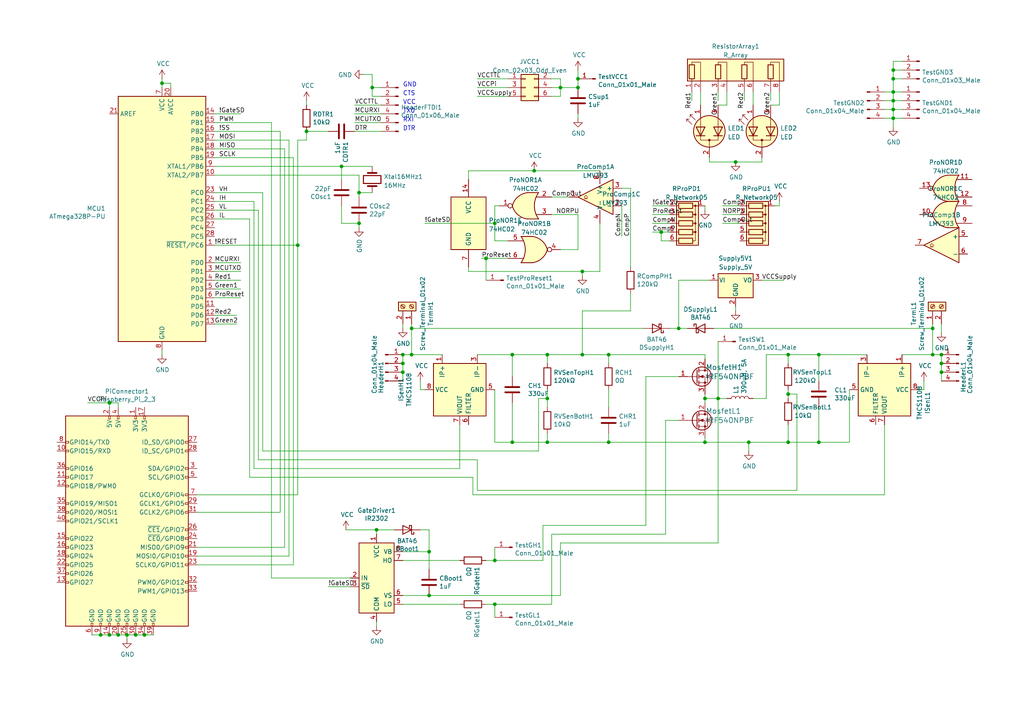
<source format=kicad_sch>
(kicad_sch (version 20211123) (generator eeschema)
  (paper "A4")
  (junction (at 119.38 102.87))
  (junction (at 273.05 102.87))
  (junction (at 213.36 46.99))
  (junction (at 191.77 67.31))
  (junction (at 176.53 102.87))
  (junction (at 34.29 184.15))
  (junction (at 217.17 128.27))
  (junction (at 154.94 49.53))
  (junction (at 86.36 71.12))
  (junction (at 41.91 184.15))
  (junction (at 168.91 102.87))
  (junction (at 259.08 20.32))
  (junction (at 36.83 184.15))
  (junction (at 31.75 116.84))
  (junction (at 116.84 105.41))
  (junction (at 140.97 74.93))
  (junction (at 259.08 34.29))
  (junction (at 119.38 95.25))
  (junction (at 204.47 128.27))
  (junction (at 167.64 22.86))
  (junction (at 104.14 55.88))
  (junction (at 228.6 114.3))
  (junction (at 237.49 102.87))
  (junction (at 270.51 95.25))
  (junction (at 270.51 102.87))
  (junction (at 124.46 172.72))
  (junction (at 88.9 38.1))
  (junction (at 31.75 184.15))
  (junction (at 167.64 25.4))
  (junction (at 162.56 25.4))
  (junction (at 116.84 102.87))
  (junction (at 273.05 107.95))
  (junction (at 273.05 105.41))
  (junction (at 148.59 128.27))
  (junction (at 259.08 31.75))
  (junction (at 143.51 64.77))
  (junction (at 104.14 64.77))
  (junction (at 259.08 26.67))
  (junction (at 148.59 102.87))
  (junction (at 158.75 115.57))
  (junction (at 204.47 115.57))
  (junction (at 228.6 102.87))
  (junction (at 259.08 22.86))
  (junction (at 107.95 25.4))
  (junction (at 228.6 128.27))
  (junction (at 196.85 95.25))
  (junction (at 176.53 128.27))
  (junction (at 99.06 48.26))
  (junction (at 158.75 128.27))
  (junction (at 143.51 175.26))
  (junction (at 29.21 184.15))
  (junction (at 124.46 160.02))
  (junction (at 143.51 162.56))
  (junction (at 46.99 24.13))
  (junction (at 39.37 184.15))
  (junction (at 158.75 102.87))
  (junction (at 208.28 115.57))
  (junction (at 168.91 78.74))
  (junction (at 116.84 107.95))
  (junction (at 109.22 153.67))
  (junction (at 259.08 29.21))
  (junction (at 237.49 128.27))
  (wire (pts (xy 194.31 69.85) (xy 191.77 69.85)))
  (wire (pts (xy 259.08 29.21) (xy 261.62 29.21)))
  (wire (pts (xy 259.08 22.86) (xy 259.08 26.67)))
  (wire (pts (xy 104.14 50.8) (xy 104.14 55.88)))
  (wire (pts (xy 76.2 55.88) (xy 62.23 55.88)))
  (wire (pts (xy 228.6 114.3) (xy 228.6 115.57)))
  (wire (pts (xy 124.46 160.02) (xy 116.84 160.02)))
  (wire (pts (xy 204.47 115.57) (xy 204.47 116.84)))
  (wire (pts (xy 62.23 91.44) (xy 68.58 91.44)))
  (wire (pts (xy 162.56 157.48) (xy 208.28 157.48)))
  (wire (pts (xy 138.43 25.4) (xy 147.32 25.4)))
  (wire (pts (xy 102.87 35.56) (xy 110.49 35.56)))
  (wire (pts (xy 231.14 114.3) (xy 231.14 142.24)))
  (wire (pts (xy 102.87 38.1) (xy 110.49 38.1)))
  (wire (pts (xy 217.17 128.27) (xy 228.6 128.27)))
  (wire (pts (xy 99.06 48.26) (xy 99.06 52.07)))
  (wire (pts (xy 31.75 184.15) (xy 29.21 184.15)))
  (wire (pts (xy 49.53 25.4) (xy 49.53 24.13)))
  (wire (pts (xy 160.02 175.26) (xy 160.02 154.94)))
  (wire (pts (xy 72.39 138.43) (xy 72.39 63.5)))
  (wire (pts (xy 81.28 148.59) (xy 57.15 148.59)))
  (wire (pts (xy 191.77 67.31) (xy 191.77 69.85)))
  (wire (pts (xy 119.38 93.98) (xy 119.38 95.25)))
  (wire (pts (xy 189.23 64.77) (xy 194.31 64.77)))
  (wire (pts (xy 143.51 128.27) (xy 148.59 128.27)))
  (wire (pts (xy 88.9 29.21) (xy 88.9 30.48)))
  (wire (pts (xy 270.51 95.25) (xy 270.51 102.87)))
  (wire (pts (xy 135.89 78.74) (xy 168.91 78.74)))
  (wire (pts (xy 162.56 25.4) (xy 167.64 25.4)))
  (wire (pts (xy 31.75 116.84) (xy 31.75 118.11)))
  (wire (pts (xy 46.99 102.87) (xy 46.99 101.6)))
  (wire (pts (xy 124.46 153.67) (xy 121.92 153.67)))
  (wire (pts (xy 143.51 158.75) (xy 143.51 162.56)))
  (wire (pts (xy 73.66 135.89) (xy 133.35 135.89)))
  (wire (pts (xy 209.55 59.69) (xy 214.63 59.69)))
  (wire (pts (xy 204.47 102.87) (xy 204.47 104.14)))
  (wire (pts (xy 62.23 93.98) (xy 68.58 93.98)))
  (wire (pts (xy 82.55 43.18) (xy 62.23 43.18)))
  (wire (pts (xy 259.08 34.29) (xy 261.62 34.29)))
  (wire (pts (xy 168.91 90.17) (xy 182.88 90.17)))
  (wire (pts (xy 95.25 170.18) (xy 101.6 170.18)))
  (wire (pts (xy 110.49 27.94) (xy 107.95 27.94)))
  (wire (pts (xy 207.01 95.25) (xy 270.51 95.25)))
  (wire (pts (xy 140.97 74.93) (xy 140.97 81.28)))
  (wire (pts (xy 158.75 102.87) (xy 158.75 105.41)))
  (wire (pts (xy 261.62 17.78) (xy 259.08 17.78)))
  (wire (pts (xy 220.98 45.72) (xy 220.98 46.99)))
  (wire (pts (xy 256.54 123.19) (xy 256.54 143.51)))
  (wire (pts (xy 167.64 33.02) (xy 167.64 34.29)))
  (wire (pts (xy 176.53 128.27) (xy 204.47 128.27)))
  (wire (pts (xy 189.23 62.23) (xy 194.31 62.23)))
  (wire (pts (xy 196.85 81.28) (xy 196.85 95.25)))
  (wire (pts (xy 36.83 184.15) (xy 34.29 184.15)))
  (wire (pts (xy 135.89 49.53) (xy 154.94 49.53)))
  (wire (pts (xy 36.83 184.15) (xy 39.37 184.15)))
  (wire (pts (xy 62.23 71.12) (xy 86.36 71.12)))
  (wire (pts (xy 187.325 109.22) (xy 187.325 152.4)))
  (wire (pts (xy 273.05 107.95) (xy 273.05 110.49)))
  (wire (pts (xy 49.53 24.13) (xy 46.99 24.13)))
  (wire (pts (xy 124.46 160.02) (xy 124.46 153.67)))
  (wire (pts (xy 121.92 113.03) (xy 123.19 113.03)))
  (wire (pts (xy 209.55 64.77) (xy 214.63 64.77)))
  (wire (pts (xy 133.35 123.19) (xy 133.35 135.89)))
  (wire (pts (xy 210.82 26.67) (xy 210.82 30.48)))
  (wire (pts (xy 176.53 125.73) (xy 176.53 128.27)))
  (wire (pts (xy 116.84 102.87) (xy 119.38 102.87)))
  (wire (pts (xy 99.06 48.26) (xy 107.95 48.26)))
  (wire (pts (xy 102.87 33.02) (xy 110.49 33.02)))
  (wire (pts (xy 270.51 102.87) (xy 273.05 102.87)))
  (wire (pts (xy 231.14 142.24) (xy 138.43 142.24)))
  (wire (pts (xy 180.34 54.61) (xy 182.88 54.61)))
  (wire (pts (xy 114.3 153.67) (xy 109.22 153.67)))
  (wire (pts (xy 139.7 74.93) (xy 140.97 74.93)))
  (wire (pts (xy 57.15 163.83) (xy 85.09 163.83)))
  (wire (pts (xy 116.84 162.56) (xy 133.35 162.56)))
  (wire (pts (xy 246.38 113.03) (xy 246.38 128.27)))
  (wire (pts (xy 143.51 113.03) (xy 143.51 128.27)))
  (wire (pts (xy 259.08 26.67) (xy 259.08 29.21)))
  (wire (pts (xy 193.04 121.92) (xy 193.04 154.94)))
  (wire (pts (xy 104.14 55.88) (xy 107.95 55.88)))
  (wire (pts (xy 140.97 74.93) (xy 147.32 74.93)))
  (wire (pts (xy 99.06 64.77) (xy 104.14 64.77)))
  (wire (pts (xy 162.56 25.4) (xy 162.56 27.94)))
  (wire (pts (xy 39.37 184.15) (xy 41.91 184.15)))
  (wire (pts (xy 138.43 142.24) (xy 138.43 133.35)))
  (wire (pts (xy 62.23 83.82) (xy 69.85 83.82)))
  (wire (pts (xy 109.22 153.67) (xy 109.22 154.94)))
  (wire (pts (xy 78.74 35.56) (xy 78.74 167.64)))
  (wire (pts (xy 109.22 181.61) (xy 109.22 180.34)))
  (wire (pts (xy 62.23 50.8) (xy 104.14 50.8)))
  (wire (pts (xy 73.66 58.42) (xy 73.66 135.89)))
  (wire (pts (xy 167.64 22.86) (xy 167.64 20.32)))
  (wire (pts (xy 270.51 93.98) (xy 270.51 95.25)))
  (wire (pts (xy 104.14 55.88) (xy 104.14 57.15)))
  (wire (pts (xy 213.36 88.9) (xy 213.36 90.17)))
  (wire (pts (xy 259.08 31.75) (xy 259.08 34.29)))
  (wire (pts (xy 210.82 30.48) (xy 208.28 30.48)))
  (wire (pts (xy 46.99 24.13) (xy 46.99 25.4)))
  (wire (pts (xy 162.56 172.72) (xy 162.56 157.48)))
  (wire (pts (xy 204.47 127) (xy 204.47 128.27)))
  (wire (pts (xy 83.82 161.29) (xy 83.82 40.64)))
  (wire (pts (xy 187.325 109.22) (xy 196.85 109.22)))
  (wire (pts (xy 256.54 26.67) (xy 259.08 26.67)))
  (wire (pts (xy 222.25 102.87) (xy 228.6 102.87)))
  (wire (pts (xy 138.43 102.87) (xy 148.59 102.87)))
  (wire (pts (xy 62.23 86.36) (xy 69.85 86.36)))
  (wire (pts (xy 148.59 102.87) (xy 148.59 109.22)))
  (wire (pts (xy 119.38 95.25) (xy 119.38 102.87)))
  (wire (pts (xy 36.83 185.42) (xy 36.83 184.15)))
  (wire (pts (xy 176.53 102.87) (xy 204.47 102.87)))
  (wire (pts (xy 110.49 30.48) (xy 102.87 30.48)))
  (wire (pts (xy 116.84 102.87) (xy 116.84 105.41)))
  (wire (pts (xy 191.77 67.31) (xy 194.31 67.31)))
  (wire (pts (xy 168.91 102.87) (xy 176.53 102.87)))
  (wire (pts (xy 208.28 26.67) (xy 208.28 29.21)))
  (wire (pts (xy 57.15 143.51) (xy 86.36 143.51)))
  (wire (pts (xy 256.54 31.75) (xy 259.08 31.75)))
  (wire (pts (xy 259.08 29.21) (xy 259.08 31.75)))
  (wire (pts (xy 46.99 22.86) (xy 46.99 24.13)))
  (wire (pts (xy 135.89 49.53) (xy 135.89 52.07)))
  (wire (pts (xy 273.05 102.87) (xy 273.05 105.41)))
  (wire (pts (xy 158.75 128.27) (xy 176.53 128.27)))
  (wire (pts (xy 57.15 158.75) (xy 82.55 158.75)))
  (wire (pts (xy 76.2 130.81) (xy 76.2 55.88)))
  (wire (pts (xy 259.08 34.29) (xy 259.08 36.83)))
  (wire (pts (xy 194.31 95.25) (xy 196.85 95.25)))
  (wire (pts (xy 62.23 48.26) (xy 99.06 48.26)))
  (wire (pts (xy 217.17 130.81) (xy 217.17 128.27)))
  (wire (pts (xy 228.6 102.87) (xy 237.49 102.87)))
  (wire (pts (xy 157.48 152.4) (xy 187.325 152.4)))
  (wire (pts (xy 173.99 64.77) (xy 173.99 78.74)))
  (wire (pts (xy 62.23 33.02) (xy 69.85 33.02)))
  (wire (pts (xy 86.36 40.64) (xy 86.36 71.12)))
  (wire (pts (xy 110.49 25.4) (xy 107.95 25.4)))
  (wire (pts (xy 208.28 157.48) (xy 208.28 115.57)))
  (wire (pts (xy 121.92 110.49) (xy 121.92 113.03)))
  (wire (pts (xy 204.47 114.3) (xy 204.47 115.57)))
  (wire (pts (xy 237.49 118.11) (xy 237.49 128.27)))
  (wire (pts (xy 124.46 165.1) (xy 124.46 160.02)))
  (wire (pts (xy 267.97 113.03) (xy 266.7 113.03)))
  (wire (pts (xy 228.6 128.27) (xy 237.49 128.27)))
  (wire (pts (xy 62.23 76.2) (xy 69.85 76.2)))
  (wire (pts (xy 143.51 175.26) (xy 160.02 175.26)))
  (wire (pts (xy 100.33 153.67) (xy 109.22 153.67)))
  (wire (pts (xy 160.02 154.94) (xy 193.04 154.94)))
  (wire (pts (xy 156.21 115.57) (xy 156.21 130.81)))
  (wire (pts (xy 116.84 175.26) (xy 133.35 175.26)))
  (wire (pts (xy 143.51 162.56) (xy 157.48 162.56)))
  (wire (pts (xy 228.6 114.3) (xy 231.14 114.3)))
  (wire (pts (xy 116.84 172.72) (xy 124.46 172.72)))
  (wire (pts (xy 82.55 158.75) (xy 82.55 43.18)))
  (wire (pts (xy 62.23 35.56) (xy 78.74 35.56)))
  (wire (pts (xy 259.08 20.32) (xy 261.62 20.32)))
  (wire (pts (xy 167.64 62.23) (xy 167.64 72.39)))
  (wire (pts (xy 116.84 105.41) (xy 116.84 107.95)))
  (wire (pts (xy 218.44 26.67) (xy 218.44 30.48)))
  (wire (pts (xy 86.36 71.12) (xy 86.36 143.51)))
  (wire (pts (xy 88.9 40.64) (xy 86.36 40.64)))
  (wire (pts (xy 83.82 40.64) (xy 62.23 40.64)))
  (wire (pts (xy 158.75 115.57) (xy 158.75 118.11)))
  (wire (pts (xy 209.55 62.23) (xy 214.63 62.23)))
  (wire (pts (xy 137.16 138.43) (xy 72.39 138.43)))
  (wire (pts (xy 116.84 95.25) (xy 116.84 93.98)))
  (wire (pts (xy 85.09 45.72) (xy 62.23 45.72)))
  (wire (pts (xy 208.28 99.06) (xy 208.28 115.57)))
  (wire (pts (xy 144.78 59.69) (xy 143.51 59.69)))
  (wire (pts (xy 41.91 184.15) (xy 44.45 184.15)))
  (wire (pts (xy 143.51 175.26) (xy 143.51 179.07)))
  (wire (pts (xy 107.95 27.94) (xy 107.95 25.4)))
  (wire (pts (xy 208.28 115.57) (xy 204.47 115.57)))
  (wire (pts (xy 189.23 67.31) (xy 191.77 67.31)))
  (wire (pts (xy 76.2 130.81) (xy 156.21 130.81)))
  (wire (pts (xy 73.66 58.42) (xy 62.23 58.42)))
  (wire (pts (xy 116.84 107.95) (xy 116.84 110.49)))
  (wire (pts (xy 57.15 161.29) (xy 83.82 161.29)))
  (wire (pts (xy 176.53 105.41) (xy 176.53 102.87)))
  (wire (pts (xy 259.08 22.86) (xy 261.62 22.86)))
  (wire (pts (xy 158.75 102.87) (xy 168.91 102.87)))
  (wire (pts (xy 256.54 143.51) (xy 137.16 143.51)))
  (wire (pts (xy 148.59 128.27) (xy 158.75 128.27)))
  (wire (pts (xy 162.56 27.94) (xy 160.02 27.94)))
  (wire (pts (xy 135.89 77.47) (xy 135.89 78.74)))
  (wire (pts (xy 217.17 128.27) (xy 204.47 128.27)))
  (wire (pts (xy 226.06 26.67) (xy 226.06 30.48)))
  (wire (pts (xy 138.43 22.86) (xy 147.32 22.86)))
  (wire (pts (xy 168.91 90.17) (xy 168.91 102.87)))
  (wire (pts (xy 85.09 163.83) (xy 85.09 45.72)))
  (wire (pts (xy 157.48 162.56) (xy 157.48 152.4)))
  (wire (pts (xy 267.97 110.49) (xy 267.97 113.03)))
  (wire (pts (xy 74.93 133.35) (xy 74.93 60.96)))
  (wire (pts (xy 162.56 22.86) (xy 160.02 22.86)))
  (wire (pts (xy 62.23 81.28) (xy 69.85 81.28)))
  (wire (pts (xy 220.98 46.99) (xy 213.36 46.99)))
  (wire (pts (xy 34.29 116.84) (xy 34.29 118.11)))
  (wire (pts (xy 228.6 123.19) (xy 228.6 128.27)))
  (wire (pts (xy 138.43 27.94) (xy 147.32 27.94)))
  (wire (pts (xy 256.54 29.21) (xy 259.08 29.21)))
  (wire (pts (xy 176.53 113.03) (xy 176.53 118.11)))
  (wire (pts (xy 259.08 20.32) (xy 259.08 17.78)))
  (wire (pts (xy 99.06 59.69) (xy 99.06 64.77)))
  (wire (pts (xy 140.97 162.56) (xy 143.51 162.56)))
  (wire (pts (xy 228.6 113.03) (xy 228.6 114.3)))
  (wire (pts (xy 104.14 64.77) (xy 104.14 66.04)))
  (wire (pts (xy 107.95 21.59) (xy 105.41 21.59)))
  (wire (pts (xy 210.82 115.57) (xy 208.28 115.57)))
  (wire (pts (xy 196.85 121.92) (xy 193.04 121.92)))
  (wire (pts (xy 237.49 128.27) (xy 246.38 128.27)))
  (wire (pts (xy 259.08 22.86) (xy 259.08 20.32)))
  (wire (pts (xy 123.19 64.77) (xy 143.51 64.77)))
  (wire (pts (xy 226.06 58.42) (xy 226.06 59.69)))
  (wire (pts (xy 143.51 59.69) (xy 143.51 64.77)))
  (wire (pts (xy 143.51 64.77) (xy 143.51 69.85)))
  (wire (pts (xy 237.49 102.87) (xy 251.46 102.87)))
  (wire (pts (xy 218.44 115.57) (xy 222.25 115.57)))
  (wire (pts (xy 180.34 59.69) (xy 180.34 68.58)))
  (wire (pts (xy 168.91 78.74) (xy 168.91 80.01)))
  (wire (pts (xy 226.06 59.69) (xy 224.79 59.69)))
  (wire (pts (xy 154.94 49.53) (xy 173.99 49.53)))
  (wire (pts (xy 261.62 102.87) (xy 270.51 102.87)))
  (wire (pts (xy 72.39 63.5) (xy 62.23 63.5)))
  (wire (pts (xy 107.95 21.59) (xy 107.95 25.4)))
  (wire (pts (xy 205.74 45.72) (xy 205.74 46.99)))
  (wire (pts (xy 256.54 34.29) (xy 259.08 34.29)))
  (wire (pts (xy 158.75 115.57) (xy 156.21 115.57)))
  (wire (pts (xy 182.88 85.09) (xy 182.88 90.17)))
  (wire (pts (xy 25.4 116.84) (xy 31.75 116.84)))
  (wire (pts (xy 205.74 81.28) (xy 196.85 81.28)))
  (wire (pts (xy 62.23 78.74) (xy 69.85 78.74)))
  (wire (pts (xy 223.52 26.67) (xy 223.52 29.21)))
  (wire (pts (xy 158.75 125.73) (xy 158.75 128.27)))
  (wire (pts (xy 88.9 40.64) (xy 88.9 38.1)))
  (wire (pts (xy 168.91 78.74) (xy 173.99 78.74)))
  (wire (pts (xy 259.08 31.75) (xy 261.62 31.75)))
  (wire (pts (xy 148.59 116.84) (xy 148.59 128.27)))
  (wire (pts (xy 137.16 143.51) (xy 137.16 138.43)))
  (wire (pts (xy 143.51 69.85) (xy 147.32 69.85)))
  (wire (pts (xy 62.23 60.96) (xy 74.93 60.96)))
  (wire (pts (xy 140.97 175.26) (xy 143.51 175.26)))
  (wire (pts (xy 273.05 105.41) (xy 273.05 107.95)))
  (wire (pts (xy 273.05 93.98) (xy 273.05 96.52)))
  (wire (pts (xy 167.64 72.39) (xy 162.56 72.39)))
  (wire (pts (xy 205.74 46.99) (xy 213.36 46.99)))
  (wire (pts (xy 237.49 102.87) (xy 237.49 110.49)))
  (wire (pts (xy 204.47 59.69) (xy 204.47 60.96)))
  (wire (pts (xy 148.59 102.87) (xy 158.75 102.87)))
  (wire (pts (xy 189.23 59.69) (xy 194.31 59.69)))
  (wire (pts (xy 160.02 57.15) (xy 165.1 57.15)))
  (wire (pts (xy 81.28 38.1) (xy 81.28 148.59)))
  (wire (pts (xy 259.08 26.67) (xy 261.62 26.67)))
  (wire (pts (xy 182.88 54.61) (xy 182.88 77.47)))
  (wire (pts (xy 200.66 26.67) (xy 200.66 29.21)))
  (wire (pts (xy 160.02 25.4) (xy 162.56 25.4)))
  (wire (pts (xy 203.2 26.67) (xy 203.2 30.48)))
  (wire (pts (xy 160.02 62.23) (xy 167.64 62.23)))
  (wire (pts (xy 226.06 30.48) (xy 223.52 30.48)))
  (wire (pts (xy 31.75 116.84) (xy 34.29 116.84)))
  (wire (pts (xy 167.64 22.86) (xy 167.64 25.4)))
  (wire (pts (xy 228.6 102.87) (xy 228.6 105.41)))
  (wire (pts (xy 222.25 115.57) (xy 222.25 102.87)))
  (wire (pts (xy 196.85 95.25) (xy 199.39 95.25)))
  (wire (pts (xy 162.56 25.4) (xy 162.56 22.86)))
  (wire (pts (xy 119.38 102.87) (xy 128.27 102.87)))
  (wire (pts (xy 124.46 172.72) (xy 162.56 172.72)))
  (wire (pts (xy 138.43 133.35) (xy 74.93 133.35)))
  (wire (pts (xy 78.74 167.64) (xy 101.6 167.64)))
  (wire (pts (xy 220.98 81.28) (xy 227.33 81.28)))
  (wire (pts (xy 158.75 113.03) (xy 158.75 115.57)))
  (wire (pts (xy 34.29 184.15) (xy 31.75 184.15)))
  (wire (pts (xy 186.69 95.25) (xy 119.38 95.25)))
  (wire (pts (xy 95.25 38.1) (xy 88.9 38.1)))
  (wire (pts (xy 215.9 26.67) (xy 215.9 29.21)))
  (wire (pts (xy 62.23 38.1) (xy 81.28 38.1)))
  (wire (pts (xy 29.21 184.15) (xy 26.67 184.15)))
  (text "RXI" (at 116.84 35.56 0) (effects (font (size 1.27 1.27)) (justify left bottom)))
  (text "GND" (at 116.84 25.4 0) (effects (font (size 1.27 1.27)) (justify left bottom)))
  (text "VCC" (at 116.84 30.48 0) (effects (font (size 1.27 1.27)) (justify left bottom)))
  (text "TX0" (at 116.84 33.02 0) (effects (font (size 1.27 1.27)) (justify left bottom)))
  (text "DTR" (at 116.84 38.1 0) (effects (font (size 1.27 1.27)) (justify left bottom)))
  (text "CTS" (at 116.84 27.94 0) (effects (font (size 1.27 1.27)) (justify left bottom)))
  (label "VCCPi" (at 25.4 116.84 0))
  (label "DTR" (at 102.87 38.1 0))
  (label "VCCSupply" (at 220.98 81.28 0))
  (label "Red1" (at 62.23 81.28 0))
  (label "NORPU" (at 209.55 62.23 0))
  (label "CompN" (at 209.55 59.69 0))
  (label "CompN" (at 180.34 68.58 90))
  (label "VCCSupply" (at 138.43 27.94 0))
  (label "Green2" (at 223.52 26.67 270))
  (label "VL" (at 63.5 60.96 0))
  (label "MCURXI" (at 102.87 33.02 0))
  (label "VCCPi" (at 138.43 25.4 0))
  (label "ProReset" (at 189.23 62.23 0))
  (label "NORPU" (at 161.29 62.23 0))
  (label "ProReset" (at 139.7 74.93 0))
  (label "Green1" (at 62.23 83.82 0))
  (label "Red1" (at 200.66 26.67 270))
  (label "MCUTXO" (at 102.87 35.56 0))
  (label "Green2" (at 62.23 93.98 0))
  (label "Red2" (at 215.9 26.67 270))
  (label "SCLK" (at 63.5 45.72 0))
  (label "PWM" (at 63.5 35.56 0))
  (label "!RESET" (at 62.23 71.12 0))
  (label "!GateSD" (at 189.23 59.69 0))
  (label "IL" (at 63.5 63.5 0))
  (label "CompN" (at 189.23 64.77 0))
  (label "CompOut" (at 209.55 64.77 0))
  (label "Red2" (at 62.23 91.44 0))
  (label "MCUTXO" (at 62.23 78.74 0))
  (label "MCURXI" (at 62.23 76.2 0))
  (label "IH" (at 63.5 58.42 0))
  (label "CompP" (at 182.88 68.58 90))
  (label "CompOut" (at 160.02 57.15 0))
  (label "!GateSD" (at 63.5 33.02 0))
  (label "Green1" (at 208.28 26.67 270))
  (label "MOSI" (at 63.5 40.64 0))
  (label "ProReset" (at 62.23 86.36 0))
  (label "CompP" (at 189.23 67.31 0))
  (label "!GateSD" (at 95.25 170.18 0))
  (label "!GateSD" (at 123.19 64.77 0))
  (label "VH" (at 63.5 55.88 0))
  (label "VCCTTL" (at 138.43 22.86 0))
  (label "!SS" (at 63.5 38.1 0))
  (label "VCCTTL" (at 102.87 30.48 0))
  (label "MISO" (at 63.5 43.18 0))
  (symbol (lib_id "Device:L") (at 214.63 115.57 90) (unit 1)
    (property "Reference" "L1" (at 213.4616 114.2238 0) (effects (justify left)))
    (property "Value" "390uH, 5A" (at 215.773 114.2238 0) (effects (justify left)))
    (property "Footprint" "Inductor_THT:L_Toroid_Horizontal_D32.5mm_P30.00mm_Bourns_2300" (effects hide))
  )
  (symbol (lib_id "MCU_Microchip_ATmega:ATmega328P-P") (at 46.99 63.5 0) (unit 1)
    (property "Reference" "MCU1" (at 30.6324 61.1886 0) (effects (justify right bottom)))
    (property "Value" "ATmega328P-PU" (at 30.6324 63.5 0) (effects (justify right bottom)))
    (property "Footprint" "Package_DIP:DIP-28_W7.62mm" (effects hide))
    (property "Datasheet" "http://ww1.microchip.com/downloads/en/DeviceDoc/ATmega328_P%20AVR%20MCU%20with%20picoPower%20Technology%20Data%20Sheet%2040001984A.pdf" (effects hide))
  )
  (symbol (lib_id "Driver_FET:IR2302") (at 109.22 167.64 0) (unit 1)
    (property "Reference" "GateDriver1" (at 109.22 148.0566 0))
    (property "Value" "IR2302" (at 109.22 150.368 0))
    (property "Footprint" "Package_DIP:DIP-8_W7.62mm_LongPads" (effects hide))
    (property "Datasheet" "https://www.infineon.com/dgdl/ir2302.pdf?fileId=5546d462533600a4015355c988b216de" (effects hide))
  )
  (symbol (lib_id "Device:C") (at 148.59 113.03 0) (unit 1)
    (property "Reference" "CH1" (at 153.1112 111.8616 0) (effects (justify left)))
    (property "Value" "330uF" (at 153.1112 114.173 0) (effects (justify left)))
    (property "Footprint" "Atverter_vE:CP_Radial_D18.0mm_P7.50mm" (effects hide))
  )
  (symbol (lib_id "Diode:BAT46") (at 118.11 153.67 180) (unit 1)
    (property "Reference" "DBoot1" (at 118.11 159.1818 0))
    (property "Value" "BAT46" (at 118.11 156.8704 0))
    (property "Footprint" "Diode_THT:D_DO-35_SOD27_P7.62mm_Horizontal" (effects hide))
    (property "Datasheet" "http://www.vishay.com/docs/85662/bat46.pdf" (effects hide))
  )
  (symbol (lib_id "Connector:Raspberry_Pi_2_3") (at 36.83 151.13 0) (unit 1)
    (property "Reference" "PiConnector1" (at 36.83 113.5126 0))
    (property "Value" "Raspberry_Pi_2_3" (at 36.83 115.824 0))
    (property "Footprint" "Atverter_vE:Raspberry_Pi_Zero_and_Four" (effects hide))
    (property "Datasheet" "https://www.raspberrypi.org/documentation/hardware/raspberrypi/schematics/rpi_SCH_3bplus_1p0_reduced.pdf" (effects hide))
  )
  (symbol (lib_id "Device:R") (at 158.75 109.22 0) (unit 1)
    (property "Reference" "RVSenTopH1" (at 160.528 108.0516 0) (effects (justify left)))
    (property "Value" "120kΩ" (at 160.528 110.363 0) (effects (justify left)))
    (property "Footprint" "Resistor_THT:R_Axial_DIN0207_L6.3mm_D2.5mm_P7.62mm_Horizontal" (effects hide))
  )
  (symbol (lib_id "Device:R") (at 228.6 109.22 0) (unit 1)
    (property "Reference" "RVSenTopL1" (at 229.87 107.95 0) (effects (justify left)))
    (property "Value" "120kΩ" (at 230.378 110.363 0) (effects (justify left)))
    (property "Footprint" "Resistor_THT:R_Axial_DIN0207_L6.3mm_D2.5mm_P7.62mm_Horizontal" (effects hide))
  )
  (symbol (lib_id "Device:R") (at 158.75 121.92 0) (unit 1)
    (property "Reference" "RVSenBotH1" (at 160.528 120.7516 0) (effects (justify left)))
    (property "Value" "10kΩ" (at 160.528 123.063 0) (effects (justify left)))
    (property "Footprint" "Resistor_THT:R_Axial_DIN0207_L6.3mm_D2.5mm_P7.62mm_Horizontal" (effects hide))
  )
  (symbol (lib_id "Device:R") (at 228.6 119.38 0) (unit 1)
    (property "Reference" "RVSenBotL1" (at 229.87 118.11 0) (effects (justify left)))
    (property "Value" "10kΩ" (at 230.378 120.523 0) (effects (justify left)))
    (property "Footprint" "Resistor_THT:R_Axial_DIN0207_L6.3mm_D2.5mm_P7.62mm_Horizontal" (effects hide))
  )
  (symbol (lib_id "Device:C") (at 237.49 114.3 0) (unit 1)
    (property "Reference" "CL1" (at 242.0112 113.1316 0) (effects (justify left)))
    (property "Value" "330uF" (at 242.0112 115.443 0) (effects (justify left)))
    (property "Footprint" "Atverter_vE:CP_Radial_D18.0mm_P7.50mm" (effects hide))
  )
  (symbol (lib_id "Regulator_Linear:LM7805_TO220") (at 213.36 81.28 0) (unit 1)
    (property "Reference" "Supply5V1" (at 213.36 74.93 0))
    (property "Value" "Supply_5V" (at 213.36 77.47 0))
    (property "Footprint" "Atverter_vE:SupplyDC_48V-5V_TO-220-3_Vertical" (effects hide))
    (property "Datasheet" "https://www.onsemi.cn/PowerSolutions/document/MC7800-D.PDF" (effects hide))
  )
  (symbol (lib_id "Device:R") (at 137.16 162.56 270) (unit 1)
    (property "Reference" "RGateH1" (at 138.3284 164.338 0) (effects (justify left)))
    (property "Value" "0Ω" (at 136.017 164.338 0) (effects (justify left)))
    (property "Footprint" "Resistor_THT:R_Axial_DIN0207_L6.3mm_D2.5mm_P7.62mm_Horizontal" (effects hide))
  )
  (symbol (lib_id "Transistor_FET:IRF540N") (at 201.93 109.22 0) (unit 1)
    (property "Reference" "MosfetH1" (at 204.6732 106.5276 0) (effects (font (size 1.524 1.524)) (justify left)))
    (property "Value" "IRF540NPBF" (at 204.6732 109.22 0) (effects (font (size 1.524 1.524)) (justify left)))
    (property "Footprint" "Package_TO_SOT_THT:TO-220-3_Vertical" (effects hide))
    (property "Datasheet" "http://www.irf.com/product-info/datasheets/data/irf540n.pdf" (effects hide))
    (property "Digi-Key_PN" "IRF540NPBF-ND" (effects hide))
    (property "MPN" "IRF540NPBF" (effects hide))
    (property "Category" "Discrete Semiconductor Products" (effects hide))
    (property "Family" "Transistors - FETs, MOSFETs - Single" (effects hide))
    (property "DK_Datasheet_Link" "https://www.infineon.com/dgdl/irf540npbf.pdf?fileId=5546d462533600a4015355e39f0d19a1" (effects hide))
    (property "DK_Detail_Page" "/product-detail/en/infineon-technologies/IRF540NPBF/IRF540NPBF-ND/811869" (effects hide))
    (property "Description" "MOSFET N-CH 100V 33A TO-220AB" (effects hide))
    (property "Manufacturer" "Infineon Technologies" (effects hide))
    (property "Status" "Active" (effects hide))
  )
  (symbol (lib_id "Device:R") (at 137.16 175.26 270) (unit 1)
    (property "Reference" "RGateL1" (at 138.3284 177.038 0) (effects (justify left)))
    (property "Value" "0Ω" (at 136.017 177.038 0) (effects (justify left)))
    (property "Footprint" "Resistor_THT:R_Axial_DIN0207_L6.3mm_D2.5mm_P7.62mm_Horizontal" (effects hide))
  )
  (symbol (lib_id "Device:C") (at 124.46 168.91 0) (unit 1)
    (property "Reference" "CBoot1" (at 127.381 167.7416 0) (effects (justify left)))
    (property "Value" "1uF" (at 127.381 170.053 0) (effects (justify left)))
    (property "Footprint" "Capacitor_THT:C_Rect_L7.2mm_W3.5mm_P5.00mm_FKS2_FKP2_MKS2_MKP2" (effects hide))
  )
  (symbol (lib_id "Device:C") (at 167.64 29.21 0) (unit 1)
    (property "Reference" "CSup1" (at 170.561 28.0416 0) (effects (justify left)))
    (property "Value" "1uF" (at 170.561 30.353 0) (effects (justify left)))
    (property "Footprint" "Capacitor_THT:C_Rect_L7.2mm_W3.5mm_P5.00mm_FKS2_FKP2_MKS2_MKP2" (effects hide))
  )
  (symbol (lib_id "Device:C") (at 176.53 121.92 0) (unit 1)
    (property "Reference" "CHR1" (at 179.451 120.7516 0) (effects (justify left)))
    (property "Value" "1uF" (at 179.451 123.063 0) (effects (justify left)))
    (property "Footprint" "Capacitor_THT:C_Rect_L7.2mm_W3.5mm_P5.00mm_FKS2_FKP2_MKS2_MKP2" (effects hide))
  )
  (symbol (lib_id "Sensor_Current:ACS724xLCTR-10AB") (at 133.35 113.03 90) (mirror x) (unit 1)
    (property "Reference" "ISenH1" (at 116.3066 113.03 0))
    (property "Value" "TMCS1108" (at 118.618 113.03 0))
    (property "Footprint" "Atverter_vE:SOIC-8_3.9x4.9mm_P1.27mm" (effects hide))
    (property "Datasheet" "http://www.allegromicro.com/~/media/Files/Datasheets/ACS724-Datasheet.ashx?la=en" (effects hide))
  )
  (symbol (lib_id "Sensor_Current:ACS724xLCTR-10AB") (at 256.54 113.03 270) (unit 1)
    (property "Reference" "ISenL1" (at 269.0114 116.84 0))
    (property "Value" "TMCS1108" (at 266.7 116.84 0))
    (property "Footprint" "Atverter_vE:SOIC-8_3.9x4.9mm_P1.27mm" (effects hide))
    (property "Datasheet" "http://www.allegromicro.com/~/media/Files/Datasheets/ACS724-Datasheet.ashx?la=en" (effects hide))
  )
  (symbol (lib_id "Transistor_FET:IRF540N") (at 201.93 121.92 0) (unit 1)
    (property "Reference" "MosfetL1" (at 204.6732 119.2276 0) (effects (font (size 1.524 1.524)) (justify left)))
    (property "Value" "IRF540NPBF" (at 204.6732 121.92 0) (effects (font (size 1.524 1.524)) (justify left)))
    (property "Footprint" "Package_TO_SOT_THT:TO-220-3_Vertical" (effects hide))
    (property "Datasheet" "http://www.irf.com/product-info/datasheets/data/irf540n.pdf" (effects hide))
    (property "Digi-Key_PN" "IRF540NPBF-ND" (effects hide))
    (property "MPN" "IRF540NPBF" (effects hide))
    (property "Category" "Discrete Semiconductor Products" (effects hide))
    (property "Family" "Transistors - FETs, MOSFETs - Single" (effects hide))
    (property "DK_Datasheet_Link" "https://www.infineon.com/dgdl/irf540npbf.pdf?fileId=5546d462533600a4015355e39f0d19a1" (effects hide))
    (property "DK_Detail_Page" "/product-detail/en/infineon-technologies/IRF540NPBF/IRF540NPBF-ND/811869" (effects hide))
    (property "Description" "MOSFET N-CH 100V 33A TO-220AB" (effects hide))
    (property "Manufacturer" "Infineon Technologies" (effects hide))
    (property "Status" "Active" (effects hide))
  )
  (symbol (lib_id "Diode:BAT46") (at 190.5 95.25 180) (unit 1)
    (property "Reference" "DSupplyH1" (at 190.5 100.7618 0))
    (property "Value" "BAT46" (at 190.5 98.4504 0))
    (property "Footprint" "Diode_THT:D_DO-35_SOD27_P7.62mm_Horizontal" (effects hide))
    (property "Datasheet" "http://www.vishay.com/docs/85662/bat46.pdf" (effects hide))
  )
  (symbol (lib_id "Diode:BAT46") (at 203.2 95.25 0) (unit 1)
    (property "Reference" "DSupplyL1" (at 203.2 89.7382 0))
    (property "Value" "BAT46" (at 203.2 92.0496 0))
    (property "Footprint" "Diode_THT:D_DO-35_SOD27_P7.62mm_Horizontal" (effects hide))
    (property "Datasheet" "http://www.vishay.com/docs/85662/bat46.pdf" (effects hide))
  )
  (symbol (lib_id "Device:R") (at 176.53 109.22 0) (unit 1)
    (property "Reference" "RCH1" (at 178.308 108.0516 0) (effects (justify left)))
    (property "Value" "0Ω" (at 178.308 110.363 0) (effects (justify left)))
    (property "Footprint" "Resistor_THT:R_Axial_DIN0207_L6.3mm_D2.5mm_P7.62mm_Horizontal" (effects hide))
  )
  (symbol (lib_id "Device:C") (at 99.06 38.1 270) (unit 1)
    (property "Reference" "CDTR1" (at 100.2284 41.021 0) (effects (justify left)))
    (property "Value" "1uF" (at 97.917 41.021 0) (effects (justify left)))
    (property "Footprint" "Capacitor_THT:C_Rect_L7.2mm_W3.5mm_P5.00mm_FKS2_FKP2_MKS2_MKP2" (effects hide))
  )
  (symbol (lib_id "Device:R") (at 88.9 34.29 0) (unit 1)
    (property "Reference" "RDTR1" (at 90.678 33.1216 0) (effects (justify left)))
    (property "Value" "10kΩ" (at 90.678 35.433 0) (effects (justify left)))
    (property "Footprint" "Resistor_THT:R_Axial_DIN0207_L6.3mm_D2.5mm_P7.62mm_Horizontal" (effects hide))
  )
  (symbol (lib_id "power:VCC") (at 167.64 20.32 0) (unit 1)
    (property "Reference" "#PWR011" (effects hide))
    (property "Value" "VCC" (at 168.021 15.9258 0))
  )
  (symbol (lib_id "power:VCC") (at 100.33 153.67 0) (unit 1)
    (property "Reference" "#PWR06" (effects hide))
    (property "Value" "VCC" (at 100.711 149.2758 0))
  )
  (symbol (lib_id "power:VCC") (at 121.92 110.49 0) (unit 1)
    (property "Reference" "#PWR09" (effects hide))
    (property "Value" "VCC" (at 122.301 106.0958 0))
  )
  (symbol (lib_id "power:VCC") (at 267.97 110.49 0) (unit 1)
    (property "Reference" "#PWR016" (effects hide))
    (property "Value" "VCC" (at 268.351 106.0958 0))
  )
  (symbol (lib_id "power:VCC") (at 46.99 22.86 0) (unit 1)
    (property "Reference" "#PWR02" (effects hide))
    (property "Value" "VCC" (at 47.371 18.4658 0))
  )
  (symbol (lib_id "power:GND") (at 217.17 130.81 0) (unit 1)
    (property "Reference" "#PWR014" (effects hide))
    (property "Value" "GND" (at 217.297 135.2042 0))
  )
  (symbol (lib_id "power:GND") (at 213.36 90.17 0) (unit 1)
    (property "Reference" "#PWR013" (effects hide))
    (property "Value" "GND" (at 213.487 94.5642 0))
  )
  (symbol (lib_id "power:GND") (at 109.22 181.61 0) (unit 1)
    (property "Reference" "#PWR08" (effects hide))
    (property "Value" "GND" (at 109.347 186.0042 0))
  )
  (symbol (lib_id "power:GND") (at 46.99 102.87 0) (unit 1)
    (property "Reference" "#PWR03" (effects hide))
    (property "Value" "GND" (at 47.117 107.2642 0))
  )
  (symbol (lib_id "power:GND") (at 36.83 185.42 0) (unit 1)
    (property "Reference" "#PWR01" (effects hide))
    (property "Value" "GND" (at 36.957 189.8142 0))
  )
  (symbol (lib_id "Connector:Conn_01x06_Male") (at 115.57 30.48 0) (mirror y) (unit 1)
    (property "Reference" "HeaderFTDI1" (at 116.2812 31.1404 0) (effects (justify right)))
    (property "Value" "Conn_01x06_Male" (at 116.2812 33.4518 0) (effects (justify right)))
    (property "Footprint" "Atverter_vE:FTDI_USB_TTL_Header" (effects hide))
  )
  (symbol (lib_id "power:GND") (at 105.41 21.59 270) (unit 1)
    (property "Reference" "#PWR07" (effects hide))
    (property "Value" "GND" (at 102.1588 21.717 90) (effects (justify right)))
  )
  (symbol (lib_id "power:VCC") (at 88.9 29.21 0) (unit 1)
    (property "Reference" "#PWR04" (effects hide))
    (property "Value" "VCC" (at 89.281 24.8158 0))
  )
  (symbol (lib_id "Connector:Screw_Terminal_01x02") (at 119.38 88.9 270) (mirror x) (unit 1)
    (property "Reference" "TermH1" (at 124.8918 90.9828 0))
    (property "Value" "Screw_Terminal_01x02" (at 122.5804 90.9828 0))
    (property "Footprint" "Atverter_vE:Term_Block_1x2_P5mm" (effects hide))
  )
  (symbol (lib_id "power:GND") (at 116.84 95.25 0) (unit 1)
    (property "Reference" "#PWR010" (effects hide))
    (property "Value" "GND" (at 116.967 99.6442 0))
  )
  (symbol (lib_id "Connector:Screw_Terminal_01x02") (at 270.51 88.9 90) (unit 1)
    (property "Reference" "TermL1" (at 264.9982 90.9828 0))
    (property "Value" "Screw_Terminal_01x02" (at 267.3096 90.9828 0))
    (property "Footprint" "Atverter_vE:Term_Block_1x2_P5mm" (effects hide))
  )
  (symbol (lib_id "power:GND") (at 273.05 96.52 0) (unit 1)
    (property "Reference" "#PWR015" (effects hide))
    (property "Value" "GND" (at 273.177 100.9142 0))
  )
  (symbol (lib_id "power:GND") (at 259.08 36.83 0) (unit 1)
    (property "Reference" "#PWR05" (effects hide))
    (property "Value" "GND" (at 259.207 41.2242 0))
  )
  (symbol (lib_id "Connector:Conn_01x04_Male") (at 111.76 105.41 0) (unit 1)
    (property "Reference" "HeaderH1" (at 110.49 104.775 90) (effects (justify right)))
    (property "Value" "Conn_01x04_Male" (at 108.585 97.155 90) (effects (justify right)))
    (property "Footprint" "Connector_PinHeader_2.54mm:PinHeader_1x04_P2.54mm_Vertical" (effects hide))
  )
  (symbol (lib_id "Connector:Conn_01x04_Male") (at 278.13 105.41 0) (mirror y) (unit 1)
    (property "Reference" "HeaderL1" (at 279.4 104.775 90) (effects (justify right)))
    (property "Value" "Conn_01x04_Male" (at 281.305 97.155 90) (effects (justify right)))
    (property "Footprint" "Connector_PinHeader_2.54mm:PinHeader_1x04_P2.54mm_Vertical" (effects hide))
  )
  (symbol (lib_id "Connector:Conn_01x01_Male") (at 213.36 99.06 0) (mirror y) (unit 1)
    (property "Reference" "TestSW1" (at 214.0712 98.4504 0) (effects (justify right)))
    (property "Value" "Conn_01x01_Male" (at 214.0712 100.7618 0) (effects (justify right)))
    (property "Footprint" "Connector_PinHeader_2.54mm:PinHeader_1x01_P2.54mm_Vertical" (effects hide))
  )
  (symbol (lib_id "Connector:Conn_01x01_Male") (at 148.59 158.75 0) (mirror y) (unit 1)
    (property "Reference" "TestGH1" (at 149.3012 158.1404 0) (effects (justify right)))
    (property "Value" "Conn_01x01_Male" (at 149.3012 160.4518 0) (effects (justify right)))
    (property "Footprint" "Connector_PinHeader_2.54mm:PinHeader_1x01_P2.54mm_Vertical" (effects hide))
  )
  (symbol (lib_id "Connector:Conn_01x01_Male") (at 148.59 179.07 0) (mirror y) (unit 1)
    (property "Reference" "TestGL1" (at 149.3012 178.4604 0) (effects (justify right)))
    (property "Value" "Conn_01x01_Male" (at 149.3012 180.7718 0) (effects (justify right)))
    (property "Footprint" "Connector_PinHeader_2.54mm:PinHeader_1x01_P2.54mm_Vertical" (effects hide))
  )
  (symbol (lib_id "power:GND") (at 167.64 34.29 0) (unit 1)
    (property "Reference" "#PWR012" (effects hide))
    (property "Value" "GND" (at 167.767 38.6842 0))
  )
  (symbol (lib_id "Comparator:LMV393") (at 172.72 57.15 0) (mirror y) (unit 1)
    (property "Reference" "ProComp1" (at 172.72 48.3702 0))
    (property "Value" "LMV393" (at 172.72 50.9071 0))
    (property "Footprint" "Package_DIP:DIP-8_W7.62mm_LongPads" (effects hide))
    (property "Datasheet" "http://www.ti.com/lit/ds/symlink/lmv331.pdf" (effects hide))
  )
  (symbol (lib_id "Device:C") (at 99.06 55.88 180) (unit 1)
    (property "Reference" "COsc1" (at 96.139 57.0484 0) (effects (justify left)))
    (property "Value" "22pF" (at 96.139 54.737 0) (effects (justify left)))
    (property "Footprint" "Capacitor_THT:C_Rect_L7.2mm_W3.5mm_P5.00mm_FKS2_FKP2_MKS2_MKP2" (effects hide))
  )
  (symbol (lib_id "Device:R_Pack04_SIP") (at 213.36 21.59 0) (unit 1)
    (property "Reference" "ResistorArray1" (at 213.36 13.4452 0))
    (property "Value" "R_Array" (at 213.36 15.9821 0))
    (property "Footprint" "Resistor_THT:R_Array_SIP8" (effects hide))
    (property "Datasheet" "http://www.vishay.com/docs/31509/csc.pdf" (effects hide))
  )
  (symbol (lib_id "Connector:Conn_01x01_Male") (at 172.72 22.86 0) (mirror y) (unit 1)
    (property "Reference" "TestVCC1" (at 173.4312 22.2504 0) (effects (justify right)))
    (property "Value" "Conn_01x01_Male" (at 173.4312 24.5618 0) (effects (justify right)))
    (property "Footprint" "Connector_PinHeader_2.54mm:PinHeader_1x01_P2.54mm_Vertical" (effects hide))
  )
  (symbol (lib_id "power:VCC") (at 154.94 49.53 0) (unit 1)
    (property "Reference" "#PWR0104" (effects hide))
    (property "Value" "VCC" (at 155.321 45.1358 0))
  )
  (symbol (lib_id "Device:R_Network05") (at 199.39 64.77 270) (unit 1)
    (property "Reference" "RProPD1" (at 199.136 54.7202 90))
    (property "Value" "R_Network05" (at 199.136 57.2571 90))
    (property "Footprint" "Resistor_THT:R_Array_SIP6" (effects hide))
    (property "Datasheet" "http://www.vishay.com/docs/31509/csc.pdf" (effects hide))
  )
  (symbol (lib_id "Device:R_Network05") (at 219.71 64.77 270) (unit 1)
    (property "Reference" "RProPU1" (at 219.456 54.7202 90))
    (property "Value" "R_Network05" (at 219.456 57.2571 90))
    (property "Footprint" "Resistor_THT:R_Array_SIP6" (effects hide))
    (property "Datasheet" "http://www.vishay.com/docs/31509/csc.pdf" (effects hide))
  )
  (symbol (lib_id "Connector:Conn_01x04_Male") (at 251.46 29.21 0) (unit 1)
    (property "Reference" "TestGND2" (at 250.7488 29.8704 0) (effects (justify right)))
    (property "Value" "Conn_01x04_Male" (at 250.7488 32.1818 0) (effects (justify right)))
    (property "Footprint" "Connector_PinHeader_2.54mm:PinHeader_1x04_P2.54mm_Vertical" (effects hide))
  )
  (symbol (lib_id "power:GND") (at 104.14 66.04 0) (unit 1)
    (property "Reference" "#PWR0101" (effects hide))
    (property "Value" "GND" (at 104.267 69.2912 90) (effects (justify right)))
  )
  (symbol (lib_id "power:GND") (at 204.47 60.96 0) (unit 1)
    (property "Reference" "#PWR0105" (effects hide))
    (property "Value" "GND" (at 204.597 65.3542 0))
  )
  (symbol (lib_id "Device:LED_Dual_AKA") (at 220.98 38.1 90) (unit 1)
    (property "Reference" "LED2" (at 226.314 37.2018 90) (effects (justify right)))
    (property "Value" "LED" (at 226.314 39.7387 90) (effects (justify right)))
    (property "Footprint" "Atverter_vE:LED_3pin_P2.54mm" (effects hide))
  )
  (symbol (lib_id "power:VCC") (at 226.06 58.42 0) (unit 1)
    (property "Reference" "#PWR0106" (effects hide))
    (property "Value" "VCC" (at 226.441 54.0258 0))
  )
  (symbol (lib_id "74xx:74HC02") (at 274.32 62.23 0) (mirror y) (unit 3)
    (property "Reference" "ProNOR1" (at 274.32 54.7202 0))
    (property "Value" "74HC02" (at 274.32 57.2571 0))
    (property "Footprint" "Package_DIP:DIP-14_W7.62mm_LongPads" (effects hide))
    (property "Datasheet" "http://www.ti.com/lit/gpn/sn74hc02" (effects hide))
  )
  (symbol (lib_id "Device:Crystal") (at 107.95 52.07 90) (unit 1)
    (property "Reference" "Xtal16MHz1" (at 111.2774 51.2353 90) (effects (justify right)))
    (property "Value" "16MHz" (at 111.2774 53.7722 90) (effects (justify right)))
    (property "Footprint" "Crystal:Resonator-2Pin_W10.0mm_H5.0mm" (effects hide))
  )
  (symbol (lib_id "Connector:Conn_01x01_Male") (at 146.05 81.28 0) (mirror y) (unit 1)
    (property "Reference" "TestProReset1" (at 146.7612 80.6704 0) (effects (justify right)))
    (property "Value" "Conn_01x01_Male" (at 146.7612 82.9818 0) (effects (justify right)))
    (property "Footprint" "Connector_PinHeader_2.54mm:PinHeader_1x01_P2.54mm_Vertical" (effects hide))
  )
  (symbol (lib_id "74xx:74HC02") (at 274.32 54.61 0) (mirror y) (unit 4)
    (property "Reference" "ProNOR1" (at 274.32 47.1002 0))
    (property "Value" "74HC02" (at 274.32 49.6371 0))
    (property "Footprint" "Package_DIP:DIP-14_W7.62mm_LongPads" (effects hide))
    (property "Datasheet" "http://www.ti.com/lit/gpn/sn74hc02" (effects hide))
  )
  (symbol (lib_id "Device:LED_Dual_AKA") (at 205.74 38.1 90) (unit 1)
    (property "Reference" "LED1" (at 211.074 37.2018 90) (effects (justify right)))
    (property "Value" "LED" (at 211.074 39.7387 90) (effects (justify right)))
    (property "Footprint" "Atverter_vE:LED_3pin_P2.54mm" (effects hide))
  )
  (symbol (lib_id "74xx:74HC02") (at 152.4 59.69 0) (mirror y) (unit 1)
    (property "Reference" "ProNOR1" (at 152.4 52.1802 0))
    (property "Value" "74HC02" (at 152.4 54.7171 0))
    (property "Footprint" "Package_DIP:DIP-14_W7.62mm_LongPads" (effects hide))
    (property "Datasheet" "http://www.ti.com/lit/gpn/sn74hc02" (effects hide))
  )
  (symbol (lib_id "Device:R") (at 182.88 81.28 0) (unit 1)
    (property "Reference" "RCompPH1" (at 184.658 80.1116 0) (effects (justify left)))
    (property "Value" "120kΩ" (at 184.658 82.423 0) (effects (justify left)))
    (property "Footprint" "Resistor_THT:R_Axial_DIN0207_L6.3mm_D2.5mm_P7.62mm_Horizontal" (effects hide))
  )
  (symbol (lib_id "Comparator:LMV393") (at 171.45 57.15 0) (mirror y) (unit 3)
    (property "Reference" "ProComp1" (at 174.625 56.3153 0) (effects (justify right)))
    (property "Value" "LMV393" (at 174.625 58.8522 0) (effects (justify right)))
    (property "Footprint" "Package_DIP:DIP-8_W7.62mm_LongPads" (effects hide))
    (property "Datasheet" "http://www.ti.com/lit/ds/symlink/lmv331.pdf" (effects hide))
  )
  (symbol (lib_id "Device:C") (at 104.14 60.96 0) (unit 1)
    (property "Reference" "COsc2" (at 107.061 59.7916 0) (effects (justify left)))
    (property "Value" "22pF" (at 107.061 62.103 0) (effects (justify left)))
    (property "Footprint" "Capacitor_THT:C_Rect_L7.2mm_W3.5mm_P5.00mm_FKS2_FKP2_MKS2_MKP2" (effects hide))
  )
  (symbol (lib_id "Connector:Conn_01x04_Male") (at 266.7 29.21 0) (mirror y) (unit 1)
    (property "Reference" "TestGND1" (at 267.4112 29.8704 0) (effects (justify right)))
    (property "Value" "Conn_01x04_Male" (at 267.4112 32.1818 0) (effects (justify right)))
    (property "Footprint" "Connector_PinHeader_2.54mm:PinHeader_1x04_P2.54mm_Vertical" (effects hide))
  )
  (symbol (lib_id "Comparator:LMV393") (at 273.05 71.12 0) (mirror y) (unit 2)
    (property "Reference" "ProComp1" (at 273.05 62.3402 0))
    (property "Value" "LMV393" (at 273.05 64.8771 0))
    (property "Footprint" "Package_DIP:DIP-8_W7.62mm_LongPads" (effects hide))
    (property "Datasheet" "http://www.ti.com/lit/ds/symlink/lmv331.pdf" (effects hide))
  )
  (symbol (lib_id "power:GND") (at 168.91 80.01 0) (unit 1)
    (property "Reference" "#PWR0102" (effects hide))
    (property "Value" "GND" (at 169.037 84.4042 0))
  )
  (symbol (lib_id "Connector_Generic:Conn_02x03_Odd_Even") (at 152.4 25.4 0) (unit 1)
    (property "Reference" "JVCC1" (at 153.67 17.8902 0))
    (property "Value" "Conn_02x03_Odd_Even" (at 153.67 20.4271 0))
    (property "Footprint" "Connector_PinHeader_2.54mm:PinHeader_2x03_P2.54mm_Vertical" (effects hide))
  )
  (symbol (lib_id "74xx:74HC02") (at 154.94 72.39 0) (unit 2)
    (property "Reference" "ProNOR1" (at 154.94 64.8802 0))
    (property "Value" "74HC02" (at 154.94 67.4171 0))
    (property "Footprint" "Package_DIP:DIP-14_W7.62mm_LongPads" (effects hide))
    (property "Datasheet" "http://www.ti.com/lit/gpn/sn74hc02" (effects hide))
  )
  (symbol (lib_id "74xx:74HC02") (at 135.89 64.77 0) (mirror y) (unit 5)
    (property "Reference" "ProNOR1" (at 141.732 63.9353 0) (effects (justify right)))
    (property "Value" "74HC02" (at 141.732 66.4722 0) (effects (justify right)))
    (property "Footprint" "Package_DIP:DIP-14_W7.62mm_LongPads" (effects hide))
    (property "Datasheet" "http://www.ti.com/lit/gpn/sn74hc02" (effects hide))
  )
  (symbol (lib_id "power:GND") (at 213.36 46.99 0) (unit 1)
    (property "Reference" "#PWR0103" (effects hide))
    (property "Value" "GND" (at 213.487 51.3842 0))
  )
  (symbol (lib_id "Connector:Conn_01x03_Male") (at 266.7 20.32 0) (mirror y) (unit 1)
    (property "Reference" "TestGND3" (at 267.4112 20.9804 0) (effects (justify right)))
    (property "Value" "Conn_01x03_Male" (at 267.4112 23.2918 0) (effects (justify right)))
    (property "Footprint" "Connector_PinHeader_2.54mm:PinHeader_1x03_P2.54mm_Vertical" (effects hide))
  )
)
</source>
